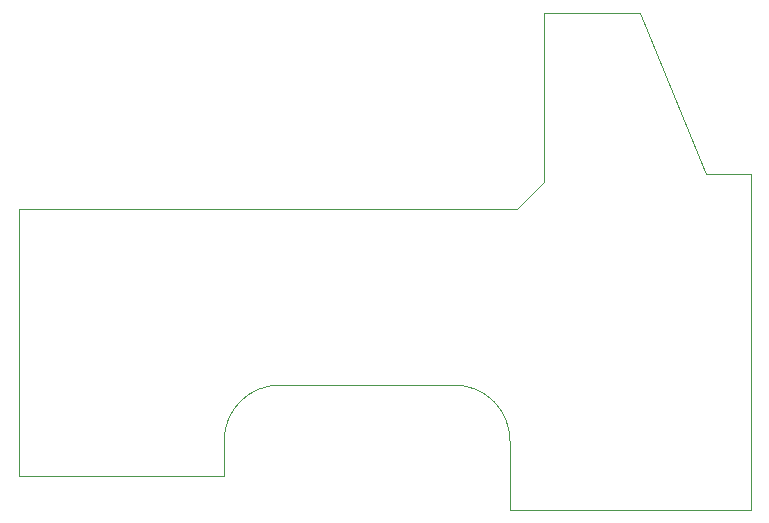
<source format=gbr>
G04 #@! TF.GenerationSoftware,KiCad,Pcbnew,5.1.6*
G04 #@! TF.CreationDate,2020-07-16T12:21:26+02:00*
G04 #@! TF.ProjectId,Head-Interconnect,48656164-2d49-46e7-9465-72636f6e6e65,rev?*
G04 #@! TF.SameCoordinates,Original*
G04 #@! TF.FileFunction,Profile,NP*
%FSLAX46Y46*%
G04 Gerber Fmt 4.6, Leading zero omitted, Abs format (unit mm)*
G04 Created by KiCad (PCBNEW 5.1.6) date 2020-07-16 12:21:26*
%MOMM*%
%LPD*%
G01*
G04 APERTURE LIST*
G04 #@! TA.AperFunction,Profile*
%ADD10C,0.050000*%
G04 #@! TD*
G04 APERTURE END LIST*
D10*
X176200000Y-92000000D02*
X170600000Y-78400000D01*
X180000000Y-92000000D02*
X176200000Y-92000000D01*
X162500000Y-78400000D02*
X170600000Y-78400000D01*
X135400000Y-114600000D02*
G75*
G02*
X140100000Y-109900000I4700000J0D01*
G01*
X154900000Y-109900000D02*
G75*
G02*
X159600000Y-114600000I0J-4700000D01*
G01*
X135400000Y-117600000D02*
X118000000Y-117600000D01*
X180000000Y-120500000D02*
X159600000Y-120500000D01*
X140100000Y-109900000D02*
X154900000Y-109900000D01*
X159600000Y-120500000D02*
X159600000Y-114600000D01*
X135400000Y-117600000D02*
X135400000Y-114600000D01*
X162500000Y-78400000D02*
X162500000Y-92700000D01*
X160200000Y-95000000D02*
X162500000Y-92700000D01*
X180000000Y-92000000D02*
X180000000Y-120500000D01*
X118000000Y-95000000D02*
X160200000Y-95000000D01*
X118000000Y-117600000D02*
X118000000Y-95000000D01*
M02*

</source>
